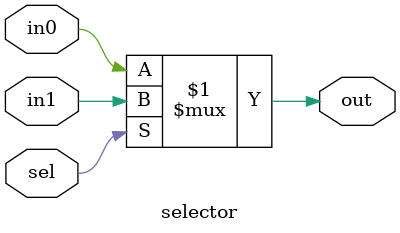
<source format=v>
module selector (
    input wire sel,
    input wire in0,
    input wire in1,
    output wire out
);
    // 选择器模块
    // 输入：sel - 选择信号
    //       in0 - 输入0
    //       in1 - 输入1
    // 输出：out - 输出信号

    // 使用选择信号 sel 控制输出
    assign out = sel ? in1 : in0;
endmodule
</source>
